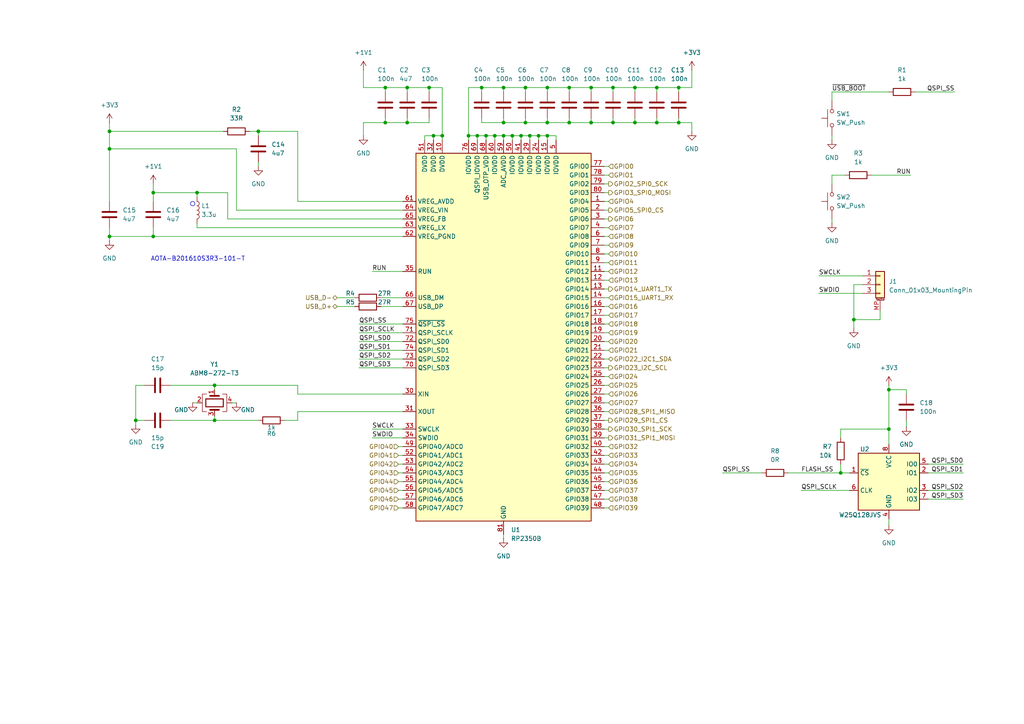
<source format=kicad_sch>
(kicad_sch (version 20250114) (generator "eeschema") (generator_version "9.0")
  (paper "A4")
  (lib_symbols
    (symbol "Connector_Generic_MountingPin:Conn_01x03_MountingPin" (pin_names (offset 1.016) (hide yes))
      (property "Reference" "J" (at 0 5.08 0))
      (property "Value" "Conn_01x03_MountingPin" (at 1.27 -5.08 0))
      (symbol "Conn_01x03_MountingPin_1_1"
        (rectangle (start -1.27 3.81) (end 1.27 -3.81) (stroke (width 0.254)) (fill (type background)))
        (rectangle (start -1.27 2.667) (end 0 2.413) (stroke (width 0.1524)))
        (rectangle (start -1.27 0.127) (end 0 -0.127) (stroke (width 0.1524)))
        (rectangle (start -1.27 -2.413) (end 0 -2.667) (stroke (width 0.1524)))
        (polyline (pts (xy -1.016 -4.572) (xy 1.016 -4.572)) (stroke (width 0.1524)))
        (text "Mounting" (at 0 -4.191 0) (effects (font (size 0.381 0.381))))
        (pin passive line (at -5.08 2.54 0) (length 3.81) (name "Pin_1") (number "1"))
        (pin passive line (at -5.08 0 0) (length 3.81) (name "Pin_2") (number "2"))
        (pin passive line (at -5.08 -2.54 0) (length 3.81) (name "Pin_3") (number "3"))
        (pin passive line (at 0 -7.62 90) (length 3.048) (name "MountPin") (number "MP"))
      )
    )
    (symbol "Device:C" (pin_numbers (hide yes)) (pin_names (offset 0.254))
      (property "Reference" "C" (at 0.635 2.54 0))
      (property "Value" "C" (at 0.635 -2.54 0))
      (symbol "C_0_1"
        (polyline (pts (xy -2.032 0.762) (xy 2.032 0.762)) (stroke (width 0.508)))
        (polyline (pts (xy -2.032 -0.762) (xy 2.032 -0.762)) (stroke (width 0.508)))
      )
      (symbol "C_1_1"
        (pin passive line (at 0 3.81 270) (length 2.794) (name "~") (number "1"))
        (pin passive line (at 0 -3.81 90) (length 2.794) (name "~") (number "2"))
      )
    )
    (symbol "Device:Crystal_GND24" (pin_names (offset 1.016) (hide yes))
      (property "Reference" "Y1" (at 0 8.89 0))
      (property "Value" "Crystal_GND24" (at 0 6.35 0))
      (symbol "Crystal_GND24_0_1"
        (polyline (pts (xy -2.54 2.286) (xy -2.54 3.556) (xy 2.54 3.556) (xy 2.54 2.286)))
        (polyline (pts (xy -2.54 0) (xy -2.032 0)))
        (polyline (pts (xy -2.54 -2.286) (xy -2.54 -3.556) (xy 2.54 -3.556) (xy 2.54 -2.286)))
        (polyline (pts (xy -2.032 -1.27) (xy -2.032 1.27)) (stroke (width 0.508)))
        (rectangle (start -1.143 2.54) (end 1.143 -2.54) (stroke (width 0.3048)))
        (polyline (pts (xy 0 3.81) (xy 0 3.556)))
        (polyline (pts (xy 0 -3.81) (xy 0 -3.556)))
        (polyline (pts (xy 2.032 0) (xy 2.54 0)))
        (polyline (pts (xy 2.032 -1.27) (xy 2.032 1.27)) (stroke (width 0.508)))
      )
      (symbol "Crystal_GND24_1_1"
        (pin passive line (at -3.81 0 0) (length 1.27) (name "1") (number "1"))
        (pin passive line (at 0 5.08 270) (length 1.27) (name "G") (number "4"))
        (pin passive line (at 0 -5.08 90) (length 1.27) (name "G") (number "2"))
        (pin passive line (at 0 -5.08 90) (length 1.27) (hide yes) (name "G") (number "4"))
        (pin passive line (at 3.81 0 180) (length 1.27) (name "3") (number "3"))
      )
    )
    (symbol "Device:L" (pin_numbers (hide yes)) (pin_names (offset 1.016) (hide yes))
      (property "Reference" "L" (at -1.27 0 90))
      (property "Value" "L" (at 1.905 0 90))
      (symbol "L_0_1"
        (arc (start 0 2.54) (mid 0.6323 1.905) (end 0 1.27))
        (arc (start 0 1.27) (mid 0.6323 0.635) (end 0 0))
        (arc (start 0 0) (mid 0.6323 -0.635) (end 0 -1.27))
        (arc (start 0 -1.27) (mid 0.6323 -1.905) (end 0 -2.54))
      )
      (symbol "L_1_1"
        (pin passive line (at 0 3.81 270) (length 1.27) (name "1") (number "1"))
        (pin passive line (at 0 -3.81 90) (length 1.27) (name "2") (number "2"))
      )
    )
    (symbol "Device:R" (pin_numbers (hide yes)) (pin_names (offset 0))
      (property "Reference" "R" (at 2.032 0 90))
      (property "Value" "R" (at 0 0 90))
      (symbol "R_0_1"
        (rectangle (start -1.016 -2.54) (end 1.016 2.54) (stroke (width 0.254)))
      )
      (symbol "R_1_1"
        (pin passive line (at 0 3.81 270) (length 1.27) (name "~") (number "1"))
        (pin passive line (at 0 -3.81 90) (length 1.27) (name "~") (number "2"))
      )
    )
    (symbol "MCU_RaspberryPi_Updated:RP2350B"
      (property "Reference" "U16" (at 2.1433 -55.88 0))
      (property "Value" "RP2350B" (at 2.1433 -58.42 0))
      (symbol "RP2350B_0_1"
        (rectangle (start -25.4 53.34) (end 25.4 -53.34) (stroke (width 0.254)) (fill (type background)))
      )
      (symbol "RP2350B_1_0"
        (pin power_in line (at -29.21 39.37 0) (length 3.81) (name "VREG_AVDD") (number "61"))
        (pin power_in line (at -29.21 29.21 0) (length 3.81) (name "VREG_PGND") (number "62"))
        (pin bidirectional line (at -29.21 -31.75 0) (length 3.81) (name "GPIO40/ADC0") (number "49"))
        (pin bidirectional line (at -29.21 -34.29 0) (length 3.81) (name "GPIO41/ADC1") (number "52"))
        (pin bidirectional line (at -29.21 -36.83 0) (length 3.81) (name "GPIO42/ADC2") (number "53"))
        (pin bidirectional line (at -29.21 -39.37 0) (length 3.81) (name "GPIO43/ADC3") (number "54"))
        (pin bidirectional line (at -29.21 -41.91 0) (length 3.81) (name "GPIO44/ADC4") (number "55"))
        (pin bidirectional line (at -29.21 -44.45 0) (length 3.81) (name "GPIO45/ADC5") (number "56"))
        (pin bidirectional line (at -29.21 -46.99 0) (length 3.81) (name "GPIO46/ADC6") (number "57"))
        (pin bidirectional line (at -29.21 -49.53 0) (length 3.81) (name "GPIO47/ADC7") (number "58"))
        (pin power_in line (at -22.86 57.15 270) (length 3.81) (name "DVDD") (number "51"))
        (pin power_in line (at -17.78 57.15 270) (length 3.81) (name "DVDD") (number "10"))
        (pin power_in line (at -10.16 57.15 270) (length 3.81) (name "IOVDD") (number "76"))
        (pin power_in line (at -7.62 57.15 270) (length 3.81) (name "QSPI_IOVDD") (number "69"))
        (pin power_in line (at -5.08 57.15 270) (length 3.81) (name "USB_OTP_VDD") (number "68"))
        (pin power_in line (at -2.54 57.15 270) (length 3.81) (name "IOVDD") (number "60"))
        (pin power_in line (at 2.54 57.15 270) (length 3.81) (name "IOVDD") (number "50"))
        (pin bidirectional line (at 29.21 -26.67 180) (length 3.81) (name "GPIO30") (number "38"))
        (pin bidirectional line (at 29.21 -29.21 180) (length 3.81) (name "GPIO31") (number "39"))
        (pin bidirectional line (at 29.21 -31.75 180) (length 3.81) (name "GPIO32") (number "40"))
        (pin bidirectional line (at 29.21 -34.29 180) (length 3.81) (name "GPIO33") (number "42"))
        (pin bidirectional line (at 29.21 -36.83 180) (length 3.81) (name "GPIO34") (number "43"))
        (pin bidirectional line (at 29.21 -39.37 180) (length 3.81) (name "GPIO35") (number "44"))
        (pin bidirectional line (at 29.21 -41.91 180) (length 3.81) (name "GPIO36") (number "45"))
        (pin bidirectional line (at 29.21 -44.45 180) (length 3.81) (name "GPIO37") (number "46"))
        (pin bidirectional line (at 29.21 -46.99 180) (length 3.81) (name "GPIO38") (number "47"))
        (pin bidirectional line (at 29.21 -49.53 180) (length 3.81) (name "GPIO39") (number "48"))
      )
      (symbol "RP2350B_1_1"
        (pin power_in line (at -29.21 36.83 0) (length 3.81) (name "VREG_VIN") (number "64"))
        (pin passive line (at -29.21 34.29 0) (length 3.81) (name "VREG_FB") (number "65"))
        (pin power_out line (at -29.21 31.75 0) (length 3.81) (name "VREG_LX") (number "63"))
        (pin input line (at -29.21 19.05 0) (length 3.81) (name "RUN") (number "35"))
        (pin bidirectional line (at -29.21 11.43 0) (length 3.81) (name "USB_DM") (number "66"))
        (pin bidirectional line (at -29.21 8.89 0) (length 3.81) (name "USB_DP") (number "67"))
        (pin output line (at -29.21 3.81 0) (length 3.81) (name "~{QSPI_SS}") (number "75"))
        (pin output line (at -29.21 1.27 0) (length 3.81) (name "QSPI_SCLK") (number "71"))
        (pin bidirectional line (at -29.21 -1.27 0) (length 3.81) (name "QSPI_SD0") (number "72"))
        (pin bidirectional line (at -29.21 -3.81 0) (length 3.81) (name "QSPI_SD1") (number "74"))
        (pin bidirectional line (at -29.21 -6.35 0) (length 3.81) (name "QSPI_SD2") (number "73"))
        (pin bidirectional line (at -29.21 -8.89 0) (length 3.81) (name "QSPI_SD3") (number "70"))
        (pin input line (at -29.21 -16.51 0) (length 3.81) (name "XIN") (number "30"))
        (pin output line (at -29.21 -21.59 0) (length 3.81) (name "XOUT") (number "31"))
        (pin input line (at -29.21 -26.67 0) (length 3.81) (name "SWCLK") (number "33"))
        (pin bidirectional line (at -29.21 -29.21 0) (length 3.81) (name "SWDIO") (number "34"))
        (pin power_in line (at -20.32 57.15 270) (length 3.81) (name "DVDD") (number "32"))
        (pin power_in line (at 0 57.15 270) (length 3.81) (name "ADC_AVDD") (number "59"))
        (pin power_in line (at 0 -57.15 90) (length 3.81) (name "GND") (number "81"))
        (pin power_in line (at 5.08 57.15 270) (length 3.81) (name "IOVDD") (number "41"))
        (pin power_in line (at 7.62 57.15 270) (length 3.81) (name "IOVDD") (number "29"))
        (pin power_in line (at 10.16 57.15 270) (length 3.81) (name "IOVDD") (number "24"))
        (pin power_in line (at 12.7 57.15 270) (length 3.81) (name "IOVDD") (number "15"))
        (pin power_in line (at 15.24 57.15 270) (length 3.81) (name "IOVDD") (number "5"))
        (pin bidirectional line (at 29.21 49.53 180) (length 3.81) (name "GPIO0") (number "77"))
        (pin bidirectional line (at 29.21 46.99 180) (length 3.81) (name "GPIO1") (number "78"))
        (pin bidirectional line (at 29.21 44.45 180) (length 3.81) (name "GPIO2") (number "79"))
        (pin bidirectional line (at 29.21 41.91 180) (length 3.81) (name "GPIO3") (number "80"))
        (pin bidirectional line (at 29.21 39.37 180) (length 3.81) (name "GPIO4") (number "1"))
        (pin bidirectional line (at 29.21 36.83 180) (length 3.81) (name "GPIO5") (number "2"))
        (pin bidirectional line (at 29.21 34.29 180) (length 3.81) (name "GPIO6") (number "3"))
        (pin bidirectional line (at 29.21 31.75 180) (length 3.81) (name "GPIO7") (number "4"))
        (pin bidirectional line (at 29.21 29.21 180) (length 3.81) (name "GPIO8") (number "6"))
        (pin bidirectional line (at 29.21 26.67 180) (length 3.81) (name "GPIO9") (number "7"))
        (pin bidirectional line (at 29.21 24.13 180) (length 3.81) (name "GPIO10") (number "8"))
        (pin bidirectional line (at 29.21 21.59 180) (length 3.81) (name "GPIO11") (number "9"))
        (pin bidirectional line (at 29.21 19.05 180) (length 3.81) (name "GPIO12") (number "11"))
        (pin bidirectional line (at 29.21 16.51 180) (length 3.81) (name "GPIO13") (number "12"))
        (pin bidirectional line (at 29.21 13.97 180) (length 3.81) (name "GPIO14") (number "13"))
        (pin bidirectional line (at 29.21 11.43 180) (length 3.81) (name "GPIO15") (number "14"))
        (pin bidirectional line (at 29.21 8.89 180) (length 3.81) (name "GPIO16") (number "16"))
        (pin bidirectional line (at 29.21 6.35 180) (length 3.81) (name "GPIO17") (number "17"))
        (pin bidirectional line (at 29.21 3.81 180) (length 3.81) (name "GPIO18") (number "18"))
        (pin bidirectional line (at 29.21 1.27 180) (length 3.81) (name "GPIO19") (number "19"))
        (pin bidirectional line (at 29.21 -1.27 180) (length 3.81) (name "GPIO20") (number "20"))
        (pin bidirectional line (at 29.21 -3.81 180) (length 3.81) (name "GPIO21") (number "21"))
        (pin bidirectional line (at 29.21 -6.35 180) (length 3.81) (name "GPIO22") (number "22"))
        (pin bidirectional line (at 29.21 -8.89 180) (length 3.81) (name "GPIO23") (number "23"))
        (pin bidirectional line (at 29.21 -11.43 180) (length 3.81) (name "GPIO24") (number "25"))
        (pin bidirectional line (at 29.21 -13.97 180) (length 3.81) (name "GPIO25") (number "26"))
        (pin bidirectional line (at 29.21 -16.51 180) (length 3.81) (name "GPIO26") (number "27"))
        (pin bidirectional line (at 29.21 -19.05 180) (length 3.81) (name "GPIO27") (number "28"))
        (pin bidirectional line (at 29.21 -21.59 180) (length 3.81) (name "GPIO28") (number "36"))
        (pin bidirectional line (at 29.21 -24.13 180) (length 3.81) (name "GPIO29") (number "37"))
      )
    )
    (symbol "Memory_Flash:W25Q128JVS"
      (property "Reference" "U4" (at 2.286 14.732 0))
      (property "Value" "W25Q128JVS" (at 2.286 12.192 0))
      (symbol "W25Q128JVS_0_1"
        (rectangle (start -8.8899 8.2549) (end 8.8899 -8.2549) (stroke (width 0.254)) (fill (type background)))
      )
      (symbol "W25Q128JVS_1_1"
        (pin input line (at -11.43 2.54 0) (length 2.54) (name "~{CS}") (number "1"))
        (pin input line (at -11.43 -2.54 0) (length 2.54) (name "CLK") (number "6"))
        (pin power_in line (at 0 10.795 270) (length 2.54) (name "VCC") (number "8"))
        (pin power_in line (at 0 -10.795 90) (length 2.54) (name "GND") (number "4"))
        (pin bidirectional line (at 11.43 5.08 180) (length 2.54) (name "IO0") (number "5"))
        (pin bidirectional line (at 11.43 2.54 180) (length 2.54) (name "IO1") (number "2"))
        (pin bidirectional line (at 11.43 -2.54 180) (length 2.54) (name "IO2") (number "3"))
        (pin bidirectional line (at 11.43 -5.08 180) (length 2.54) (name "IO3") (number "7"))
      )
    )
    (symbol "Switch:SW_Push" (pin_numbers (hide yes)) (pin_names (offset 1.016) (hide yes))
      (property "Reference" "SW" (at 1.27 2.54 0))
      (property "Value" "SW_Push" (at 0 -1.524 0))
      (symbol "SW_Push_0_1"
        (circle (center -2.032 0) (radius 0.508))
        (polyline (pts (xy 0 1.27) (xy 0 3.048)))
        (circle (center 2.032 0) (radius 0.508))
        (polyline (pts (xy 2.54 1.27) (xy -2.54 1.27)))
        (pin passive line (at -5.08 0 0) (length 2.54) (name "1") (number "1"))
        (pin passive line (at 5.08 0 180) (length 2.54) (name "2") (number "2"))
      )
    )
    (symbol "power:+1V1" (power) (pin_numbers (hide yes)) (pin_names (offset 0) (hide yes))
      (property "Value" "+1V1" (at 0 3.556 0))
      (symbol "+1V1_0_1"
        (polyline (pts (xy -0.762 1.27) (xy 0 2.54)))
        (polyline (pts (xy 0 2.54) (xy 0.762 1.27)))
        (polyline (pts (xy 0 0) (xy 0 2.54)))
      )
      (symbol "+1V1_1_1"
        (pin power_in line (at 0 0 90) (length 0) (name "~") (number "1"))
      )
    )
    (symbol "power:+3V3" (power) (pin_numbers (hide yes)) (pin_names (offset 0) (hide yes))
      (property "Value" "+3V3" (at 0 3.556 0))
      (symbol "+3V3_0_1"
        (polyline (pts (xy -0.762 1.27) (xy 0 2.54)))
        (polyline (pts (xy 0 2.54) (xy 0.762 1.27)))
        (polyline (pts (xy 0 0) (xy 0 2.54)))
      )
      (symbol "+3V3_1_1"
        (pin power_in line (at 0 0 90) (length 0) (name "~") (number "1"))
      )
    )
    (symbol "power:GND" (power) (pin_numbers (hide yes)) (pin_names (offset 0) (hide yes))
      (property "Value" "GND" (at 0 -3.81 0))
      (symbol "GND_0_1"
        (polyline (pts (xy 0 0) (xy 0 -1.27) (xy 1.27 -1.27) (xy 0 -2.54) (xy -1.27 -1.27) (xy 0 -1.27)))
      )
      (symbol "GND_1_1"
        (pin power_in line (at 0 0 270) (length 0) (name "~") (number "1"))
      )
    )
  )
  (circle (center 55.88 59.055) (radius 0.635))
  (text "AOTA-B201610S3R3-101-T\n" (at 57.404 75.184 0) (effects (font (size 1.27 1.27))))
  (junction (at 140.97 39.37))
  (junction (at 184.15 25.4))
  (junction (at 111.76 25.4))
  (junction (at 190.5 25.4))
  (junction (at 196.85 25.4))
  (junction (at 31.75 68.58))
  (junction (at 146.05 39.37))
  (junction (at 171.45 25.4))
  (junction (at 57.15 55.88))
  (junction (at 152.4 25.4))
  (junction (at 146.05 35.56))
  (junction (at 124.46 25.4))
  (junction (at 243.84 137.16))
  (junction (at 74.93 38.1))
  (junction (at 152.4 35.56))
  (junction (at 257.81 124.46))
  (junction (at 158.75 39.37))
  (junction (at 156.21 39.37))
  (junction (at 257.81 113.03))
  (junction (at 118.11 25.4))
  (junction (at 39.37 121.92))
  (junction (at 148.59 39.37))
  (junction (at 153.67 39.37))
  (junction (at 184.15 35.56))
  (junction (at 118.11 35.56))
  (junction (at 190.5 35.56))
  (junction (at 165.1 25.4))
  (junction (at 44.45 55.88))
  (junction (at 158.75 35.56))
  (junction (at 247.65 92.71))
  (junction (at 125.73 39.37))
  (junction (at 139.7 25.4))
  (junction (at 62.23 121.92))
  (junction (at 143.51 39.37))
  (junction (at 177.8 35.56))
  (junction (at 138.43 39.37))
  (junction (at 44.45 68.58))
  (junction (at 31.75 38.1))
  (junction (at 128.27 39.37))
  (junction (at 62.23 111.76))
  (junction (at 151.13 39.37))
  (junction (at 135.89 39.37))
  (junction (at 111.76 35.56))
  (junction (at 171.45 35.56))
  (junction (at 165.1 35.56))
  (junction (at 196.85 35.56))
  (junction (at 146.05 25.4))
  (junction (at 177.8 25.4))
  (junction (at 158.75 25.4))
  (junction (at 31.75 43.18))
  (wire (pts (xy 152.4 25.4) (xy 158.75 25.4)))
  (wire (pts (xy 209.55 137.16) (xy 220.98 137.16)))
  (wire (pts (xy 175.26 76.2) (xy 176.53 76.2)))
  (wire (pts (xy 74.93 39.37) (xy 74.93 38.1)))
  (wire (pts (xy 175.26 55.88) (xy 176.53 55.88)))
  (wire (pts (xy 140.97 40.64) (xy 140.97 39.37)))
  (wire (pts (xy 175.26 96.52) (xy 176.53 96.52)))
  (wire (pts (xy 86.36 119.38) (xy 116.84 119.38)))
  (wire (pts (xy 105.41 39.37) (xy 105.41 35.56)))
  (wire (pts (xy 111.76 25.4) (xy 118.11 25.4)))
  (wire (pts (xy 31.75 66.04) (xy 31.75 68.58)))
  (wire (pts (xy 146.05 39.37) (xy 148.59 39.37)))
  (wire (pts (xy 104.14 106.68) (xy 116.84 106.68)))
  (wire (pts (xy 200.66 25.4) (xy 196.85 25.4)))
  (wire (pts (xy 158.75 25.4) (xy 158.75 26.67)))
  (wire (pts (xy 74.93 38.1) (xy 72.39 38.1)))
  (wire (pts (xy 118.11 26.67) (xy 118.11 25.4)))
  (wire (pts (xy 175.26 63.5) (xy 176.53 63.5)))
  (wire (pts (xy 232.41 142.24) (xy 246.38 142.24)))
  (wire (pts (xy 62.23 111.76) (xy 86.36 111.76)))
  (wire (pts (xy 175.26 121.92) (xy 176.53 121.92)))
  (wire (pts (xy 57.15 55.88) (xy 66.04 55.88)))
  (wire (pts (xy 31.75 43.18) (xy 68.58 43.18)))
  (wire (pts (xy 31.75 68.58) (xy 44.45 68.58)))
  (wire (pts (xy 175.26 106.68) (xy 176.53 106.68)))
  (wire (pts (xy 176.53 129.54) (xy 175.26 129.54)))
  (wire (pts (xy 175.26 114.3) (xy 176.53 114.3)))
  (wire (pts (xy 175.26 124.46) (xy 176.53 124.46)))
  (wire (pts (xy 148.59 39.37) (xy 148.59 40.64)))
  (wire (pts (xy 104.14 101.6) (xy 116.84 101.6)))
  (wire (pts (xy 175.26 81.28) (xy 176.53 81.28)))
  (wire (pts (xy 243.84 127) (xy 243.84 124.46)))
  (wire (pts (xy 135.89 39.37) (xy 135.89 25.4)))
  (wire (pts (xy 200.66 38.1) (xy 200.66 35.56)))
  (wire (pts (xy 86.36 114.3) (xy 116.84 114.3)))
  (wire (pts (xy 125.73 39.37) (xy 125.73 40.64)))
  (wire (pts (xy 184.15 35.56) (xy 190.5 35.56)))
  (wire (pts (xy 118.11 35.56) (xy 111.76 35.56)))
  (wire (pts (xy 44.45 68.58) (xy 44.45 66.04)))
  (wire (pts (xy 68.58 60.96) (xy 116.84 60.96)))
  (wire (pts (xy 152.4 34.29) (xy 152.4 35.56)))
  (wire (pts (xy 243.84 124.46) (xy 257.81 124.46)))
  (wire (pts (xy 177.8 25.4) (xy 177.8 26.67)))
  (wire (pts (xy 269.24 144.78) (xy 279.4 144.78)))
  (wire (pts (xy 86.36 111.76) (xy 86.36 114.3)))
  (wire (pts (xy 175.26 91.44) (xy 176.53 91.44)))
  (wire (pts (xy 175.26 73.66) (xy 176.53 73.66)))
  (wire (pts (xy 190.5 25.4) (xy 196.85 25.4)))
  (wire (pts (xy 243.84 134.62) (xy 243.84 137.16)))
  (wire (pts (xy 66.04 55.88) (xy 66.04 63.5)))
  (wire (pts (xy 175.26 83.82) (xy 176.53 83.82)))
  (wire (pts (xy 176.53 139.7) (xy 175.26 139.7)))
  (wire (pts (xy 151.13 39.37) (xy 151.13 40.64)))
  (wire (pts (xy 82.55 121.92) (xy 86.36 121.92)))
  (wire (pts (xy 115.57 144.78) (xy 116.84 144.78)))
  (wire (pts (xy 62.23 111.76) (xy 49.53 111.76)))
  (wire (pts (xy 196.85 34.29) (xy 196.85 35.56)))
  (wire (pts (xy 31.75 43.18) (xy 31.75 58.42)))
  (wire (pts (xy 68.58 43.18) (xy 68.58 60.96)))
  (wire (pts (xy 175.26 78.74) (xy 176.53 78.74)))
  (wire (pts (xy 176.53 144.78) (xy 175.26 144.78)))
  (wire (pts (xy 138.43 40.64) (xy 138.43 39.37)))
  (wire (pts (xy 158.75 35.56) (xy 165.1 35.56)))
  (wire (pts (xy 125.73 39.37) (xy 123.19 39.37)))
  (wire (pts (xy 175.26 99.06) (xy 176.53 99.06)))
  (wire (pts (xy 175.26 53.34) (xy 176.53 53.34)))
  (wire (pts (xy 165.1 34.29) (xy 165.1 35.56)))
  (wire (pts (xy 64.77 38.1) (xy 31.75 38.1)))
  (wire (pts (xy 146.05 25.4) (xy 146.05 26.67)))
  (wire (pts (xy 177.8 34.29) (xy 177.8 35.56)))
  (wire (pts (xy 62.23 121.92) (xy 49.53 121.92)))
  (wire (pts (xy 57.15 66.04) (xy 116.84 66.04)))
  (wire (pts (xy 190.5 25.4) (xy 190.5 26.67)))
  (wire (pts (xy 115.57 147.32) (xy 116.84 147.32)))
  (wire (pts (xy 257.81 124.46) (xy 257.81 128.905)))
  (wire (pts (xy 158.75 39.37) (xy 161.29 39.37)))
  (wire (pts (xy 190.5 35.56) (xy 196.85 35.56)))
  (wire (pts (xy 115.57 132.08) (xy 116.84 132.08)))
  (wire (pts (xy 146.05 154.94) (xy 146.05 156.21)))
  (wire (pts (xy 237.49 80.01) (xy 250.19 80.01)))
  (wire (pts (xy 110.49 86.36) (xy 116.84 86.36)))
  (wire (pts (xy 124.46 25.4) (xy 128.27 25.4)))
  (wire (pts (xy 247.65 92.71) (xy 255.27 92.71)))
  (wire (pts (xy 171.45 25.4) (xy 177.8 25.4)))
  (wire (pts (xy 139.7 25.4) (xy 146.05 25.4)))
  (wire (pts (xy 269.24 134.62) (xy 279.4 134.62)))
  (wire (pts (xy 152.4 25.4) (xy 152.4 26.67)))
  (wire (pts (xy 146.05 34.29) (xy 146.05 35.56)))
  (wire (pts (xy 135.89 39.37) (xy 138.43 39.37)))
  (wire (pts (xy 175.26 58.42) (xy 176.53 58.42)))
  (wire (pts (xy 262.89 121.92) (xy 262.89 123.825)))
  (wire (pts (xy 124.46 25.4) (xy 124.46 26.67)))
  (wire (pts (xy 31.75 35.56) (xy 31.75 38.1)))
  (wire (pts (xy 44.45 55.88) (xy 57.15 55.88)))
  (wire (pts (xy 143.51 39.37) (xy 143.51 40.64)))
  (wire (pts (xy 115.57 129.54) (xy 116.84 129.54)))
  (wire (pts (xy 128.27 39.37) (xy 125.73 39.37)))
  (wire (pts (xy 175.26 88.9) (xy 176.53 88.9)))
  (wire (pts (xy 104.14 93.98) (xy 116.84 93.98)))
  (wire (pts (xy 176.53 142.24) (xy 175.26 142.24)))
  (wire (pts (xy 176.53 134.62) (xy 175.26 134.62)))
  (wire (pts (xy 176.53 127) (xy 175.26 127)))
  (wire (pts (xy 57.15 64.77) (xy 57.15 66.04)))
  (wire (pts (xy 200.66 35.56) (xy 196.85 35.56)))
  (wire (pts (xy 115.57 137.16) (xy 116.84 137.16)))
  (wire (pts (xy 176.53 132.08) (xy 175.26 132.08)))
  (wire (pts (xy 62.23 121.92) (xy 74.93 121.92)))
  (wire (pts (xy 146.05 35.56) (xy 152.4 35.56)))
  (wire (pts (xy 158.75 34.29) (xy 158.75 35.56)))
  (wire (pts (xy 241.3 53.34) (xy 241.3 50.8)))
  (wire (pts (xy 115.57 139.7) (xy 116.84 139.7)))
  (wire (pts (xy 243.84 137.16) (xy 246.38 137.16)))
  (wire (pts (xy 39.37 121.92) (xy 41.91 121.92)))
  (wire (pts (xy 158.75 25.4) (xy 165.1 25.4)))
  (wire (pts (xy 139.7 25.4) (xy 139.7 26.67)))
  (wire (pts (xy 44.45 55.88) (xy 44.45 58.42)))
  (wire (pts (xy 171.45 35.56) (xy 177.8 35.56)))
  (wire (pts (xy 143.51 39.37) (xy 146.05 39.37)))
  (wire (pts (xy 175.26 48.26) (xy 176.53 48.26)))
  (wire (pts (xy 111.76 26.67) (xy 111.76 25.4)))
  (wire (pts (xy 252.73 50.8) (xy 264.16 50.8)))
  (wire (pts (xy 241.3 63.5) (xy 241.3 64.77)))
  (wire (pts (xy 111.76 35.56) (xy 111.76 34.29)))
  (wire (pts (xy 171.45 25.4) (xy 171.45 26.67)))
  (wire (pts (xy 86.36 58.42) (xy 116.84 58.42)))
  (wire (pts (xy 97.79 88.9) (xy 102.87 88.9)))
  (wire (pts (xy 151.13 39.37) (xy 153.67 39.37)))
  (wire (pts (xy 175.26 109.22) (xy 176.53 109.22)))
  (wire (pts (xy 139.7 25.4) (xy 135.89 25.4)))
  (wire (pts (xy 262.89 113.03) (xy 262.89 114.3)))
  (wire (pts (xy 148.59 39.37) (xy 151.13 39.37)))
  (wire (pts (xy 257.81 111.76) (xy 257.81 113.03)))
  (wire (pts (xy 175.26 86.36) (xy 176.53 86.36)))
  (wire (pts (xy 128.27 39.37) (xy 128.27 25.4)))
  (wire (pts (xy 128.27 39.37) (xy 128.27 40.64)))
  (wire (pts (xy 105.41 20.32) (xy 105.41 25.4)))
  (wire (pts (xy 165.1 25.4) (xy 165.1 26.67)))
  (wire (pts (xy 269.24 137.16) (xy 279.4 137.16)))
  (wire (pts (xy 139.7 34.29) (xy 139.7 35.56)))
  (wire (pts (xy 62.23 120.65) (xy 62.23 121.92)))
  (wire (pts (xy 165.1 25.4) (xy 171.45 25.4)))
  (wire (pts (xy 31.75 38.1) (xy 31.75 43.18)))
  (wire (pts (xy 175.26 111.76) (xy 176.53 111.76)))
  (wire (pts (xy 171.45 34.29) (xy 171.45 35.56)))
  (wire (pts (xy 44.45 53.34) (xy 44.45 55.88)))
  (wire (pts (xy 176.53 147.32) (xy 175.26 147.32)))
  (wire (pts (xy 176.53 137.16) (xy 175.26 137.16)))
  (wire (pts (xy 67.31 116.84) (xy 68.58 116.84)))
  (wire (pts (xy 241.3 26.67) (xy 257.81 26.67)))
  (wire (pts (xy 247.65 92.71) (xy 247.65 95.25)))
  (wire (pts (xy 135.89 39.37) (xy 135.89 40.64)))
  (wire (pts (xy 123.19 40.64) (xy 123.19 39.37)))
  (wire (pts (xy 175.26 66.04) (xy 176.53 66.04)))
  (wire (pts (xy 241.3 39.37) (xy 241.3 40.64)))
  (wire (pts (xy 62.23 111.76) (xy 62.23 113.03)))
  (wire (pts (xy 105.41 35.56) (xy 111.76 35.56)))
  (wire (pts (xy 175.26 93.98) (xy 176.53 93.98)))
  (wire (pts (xy 152.4 35.56) (xy 158.75 35.56)))
  (wire (pts (xy 105.41 25.4) (xy 111.76 25.4)))
  (wire (pts (xy 138.43 39.37) (xy 140.97 39.37)))
  (wire (pts (xy 265.43 26.67) (xy 276.86 26.67)))
  (wire (pts (xy 104.14 96.52) (xy 116.84 96.52)))
  (wire (pts (xy 237.49 85.09) (xy 250.19 85.09)))
  (wire (pts (xy 104.14 104.14) (xy 116.84 104.14)))
  (wire (pts (xy 118.11 25.4) (xy 124.46 25.4)))
  (wire (pts (xy 74.93 38.1) (xy 86.36 38.1)))
  (wire (pts (xy 39.37 121.92) (xy 39.37 123.19)))
  (wire (pts (xy 184.15 25.4) (xy 190.5 25.4)))
  (wire (pts (xy 139.7 35.56) (xy 146.05 35.56)))
  (wire (pts (xy 115.57 134.62) (xy 116.84 134.62)))
  (wire (pts (xy 156.21 40.64) (xy 156.21 39.37)))
  (wire (pts (xy 269.24 142.24) (xy 279.4 142.24)))
  (wire (pts (xy 175.26 50.8) (xy 176.53 50.8)))
  (wire (pts (xy 86.36 38.1) (xy 86.36 58.42)))
  (wire (pts (xy 255.27 92.71) (xy 255.27 90.17)))
  (wire (pts (xy 175.26 104.14) (xy 176.53 104.14)))
  (wire (pts (xy 57.15 55.88) (xy 57.15 57.15)))
  (wire (pts (xy 184.15 25.4) (xy 184.15 26.67)))
  (wire (pts (xy 177.8 35.56) (xy 184.15 35.56)))
  (wire (pts (xy 190.5 34.29) (xy 190.5 35.56)))
  (wire (pts (xy 107.95 127) (xy 116.84 127)))
  (wire (pts (xy 177.8 25.4) (xy 184.15 25.4)))
  (wire (pts (xy 175.26 116.84) (xy 176.53 116.84)))
  (wire (pts (xy 86.36 121.92) (xy 86.36 119.38)))
  (wire (pts (xy 153.67 39.37) (xy 153.67 40.64)))
  (wire (pts (xy 107.95 124.46) (xy 116.84 124.46)))
  (wire (pts (xy 39.37 111.76) (xy 39.37 121.92)))
  (wire (pts (xy 158.75 39.37) (xy 158.75 40.64)))
  (wire (pts (xy 175.26 71.12) (xy 176.53 71.12)))
  (wire (pts (xy 97.79 86.36) (xy 102.87 86.36)))
  (wire (pts (xy 175.26 119.38) (xy 176.53 119.38)))
  (wire (pts (xy 175.26 101.6) (xy 176.53 101.6)))
  (wire (pts (xy 161.29 39.37) (xy 161.29 40.64)))
  (wire (pts (xy 57.15 116.84) (xy 55.88 116.84)))
  (wire (pts (xy 107.95 78.74) (xy 116.84 78.74)))
  (wire (pts (xy 41.91 111.76) (xy 39.37 111.76)))
  (wire (pts (xy 44.45 68.58) (xy 116.84 68.58)))
  (wire (pts (xy 196.85 25.4) (xy 196.85 26.67)))
  (wire (pts (xy 124.46 35.56) (xy 124.46 34.29)))
  (wire (pts (xy 66.04 63.5) (xy 116.84 63.5)))
  (wire (pts (xy 146.05 25.4) (xy 152.4 25.4)))
  (wire (pts (xy 228.6 137.16) (xy 243.84 137.16)))
  (wire (pts (xy 184.15 34.29) (xy 184.15 35.56)))
  (wire (pts (xy 74.93 48.26) (xy 74.93 46.99)))
  (wire (pts (xy 257.81 113.03) (xy 262.89 113.03)))
  (wire (pts (xy 241.3 29.21) (xy 241.3 26.67)))
  (wire (pts (xy 115.57 142.24) (xy 116.84 142.24)))
  (wire (pts (xy 156.21 39.37) (xy 153.67 39.37)))
  (wire (pts (xy 110.49 88.9) (xy 116.84 88.9)))
  (wire (pts (xy 118.11 35.56) (xy 124.46 35.56)))
  (wire (pts (xy 247.65 82.55) (xy 247.65 92.71)))
  (wire (pts (xy 156.21 39.37) (xy 158.75 39.37)))
  (wire (pts (xy 257.81 113.03) (xy 257.81 124.46)))
  (wire (pts (xy 118.11 35.56) (xy 118.11 34.29)))
  (wire (pts (xy 104.14 99.06) (xy 116.84 99.06)))
  (wire (pts (xy 200.66 25.4) (xy 200.66 20.32)))
  (wire (pts (xy 257.81 150.495) (xy 257.81 152.4)))
  (wire (pts (xy 175.26 68.58) (xy 176.53 68.58)))
  (wire (pts (xy 241.3 50.8) (xy 245.11 50.8)))
  (wire (pts (xy 140.97 39.37) (xy 143.51 39.37)))
  (wire (pts (xy 165.1 35.56) (xy 171.45 35.56)))
  (wire (pts (xy 31.75 69.85) (xy 31.75 68.58)))
  (wire (pts (xy 146.05 39.37) (xy 146.05 40.64)))
  (wire (pts (xy 175.26 60.96) (xy 176.53 60.96)))
  (wire (pts (xy 247.65 82.55) (xy 250.19 82.55)))
  (label "SWCLK" (at 237.49 80.01 0))
  (label "QSPI_SS" (at 209.55 137.16 0))
  (label "QSPI_SD3" (at 279.4 144.78 180))
  (label "SWDIO" (at 107.95 127 0))
  (label "RUN" (at 107.95 78.74 0))
  (label "QSPI_SD3" (at 104.14 106.68 0))
  (label "QSPI_SD1" (at 279.4 137.16 180))
  (label "SWDIO" (at 237.49 85.09 0))
  (label "QSPI_SS" (at 276.86 26.67 180))
  (label "~{USB_BOOT}" (at 241.3 26.67 0))
  (label "SWCLK" (at 107.95 124.46 0))
  (label "QSPI_SD2" (at 104.14 104.14 0))
  (label "QSPI_SCLK" (at 232.41 142.24 0))
  (label "QSPI_SD0" (at 104.14 99.06 0))
  (label "FLASH_SS" (at 232.41 137.16 0))
  (label "RUN" (at 264.16 50.8 180))
  (label "QSPI_SD0" (at 279.4 134.62 180))
  (label "QSPI_SD2" (at 279.4 142.24 180))
  (label "QSPI_SCLK" (at 104.14 96.52 0))
  (label "QSPI_SD1" (at 104.14 101.6 0))
  (label "QSPI_SS" (at 104.14 93.98 0))
  (hierarchical_label "GPIO6" (shape output) (at 176.53 63.5 0))
  (hierarchical_label "GPIO11" (shape input) (at 176.53 76.2 0))
  (hierarchical_label "GPIO8" (shape input) (at 176.53 68.58 0))
  (hierarchical_label "GPIO17" (shape input) (at 176.53 91.44 0))
  (hierarchical_label "GPIO2_SPI0_SCK" (shape output) (at 176.53 53.34 0))
  (hierarchical_label "GPIO1" (shape input) (at 176.53 50.8 0))
  (hierarchical_label "USB_D+" (shape bidirectional) (at 97.79 88.9 180))
  (hierarchical_label "GPIO28_SPI1_MISO" (shape input) (at 176.53 119.38 0))
  (hierarchical_label "GPIO4" (shape input) (at 176.53 58.42 0))
  (hierarchical_label "GPIO23_I2C_SCL" (shape output) (at 176.53 106.68 0))
  (hierarchical_label "GPIO31_SPI1_MOSI" (shape output) (at 176.53 127 0))
  (hierarchical_label "GPIO13" (shape input) (at 176.53 81.28 0))
  (hierarchical_label "GPIO34" (shape input) (at 176.53 134.62 0))
  (hierarchical_label "GPIO24" (shape input) (at 176.53 109.22 0))
  (hierarchical_label "GPIO26" (shape input) (at 176.53 114.3 0))
  (hierarchical_label "GPIO18" (shape input) (at 176.53 93.98 0))
  (hierarchical_label "GPIO5_SPI0_CS" (shape output) (at 176.53 60.96 0))
  (hierarchical_label "GPIO7" (shape input) (at 176.53 66.04 0))
  (hierarchical_label "GPIO36" (shape input) (at 176.53 139.7 0))
  (hierarchical_label "GPIO0" (shape input) (at 176.53 48.26 0))
  (hierarchical_label "GPIO43" (shape input) (at 115.57 137.16 180))
  (hierarchical_label "GPIO19" (shape input) (at 176.53 96.52 0))
  (hierarchical_label "GPIO32" (shape input) (at 176.53 129.54 0))
  (hierarchical_label "GPIO42" (shape input) (at 115.57 134.62 180))
  (hierarchical_label "GPIO27" (shape input) (at 176.53 116.84 0))
  (hierarchical_label "GPIO9" (shape input) (at 176.53 71.12 0))
  (hierarchical_label "GPIO47" (shape input) (at 115.57 147.32 180))
  (hierarchical_label "GPIO45" (shape input) (at 115.57 142.24 180))
  (hierarchical_label "GPIO3_SPI0_MOSI" (shape output) (at 176.53 55.88 0))
  (hierarchical_label "GPIO16" (shape input) (at 176.53 88.9 0))
  (hierarchical_label "GPIO41" (shape input) (at 115.57 132.08 180))
  (hierarchical_label "GPIO25" (shape input) (at 176.53 111.76 0))
  (hierarchical_label "GPIO29_SPI1_CS" (shape output) (at 176.53 121.92 0))
  (hierarchical_label "USB_D-" (shape bidirectional) (at 97.79 86.36 180))
  (hierarchical_label "GPIO38" (shape input) (at 176.53 144.78 0))
  (hierarchical_label "GPIO35" (shape input) (at 176.53 137.16 0))
  (hierarchical_label "GPIO20" (shape input) (at 176.53 99.06 0))
  (hierarchical_label "GPIO15_UART1_RX" (shape input) (at 176.53 86.36 0))
  (hierarchical_label "GPIO22_I2C1_SDA" (shape bidirectional) (at 176.53 104.14 0))
  (hierarchical_label "GPIO40" (shape input) (at 115.57 129.54 180))
  (hierarchical_label "GPIO21" (shape input) (at 176.53 101.6 0))
  (hierarchical_label "GPIO14_UART1_TX" (shape output) (at 176.53 83.82 0))
  (hierarchical_label "GPIO33" (shape input) (at 176.53 132.08 0))
  (hierarchical_label "GPIO30_SPI1_SCK" (shape output) (at 176.53 124.46 0))
  (hierarchical_label "GPIO46" (shape input) (at 115.57 144.78 180))
  (hierarchical_label "GPIO12" (shape input) (at 176.53 78.74 0))
  (hierarchical_label "GPIO37" (shape input) (at 176.53 142.24 0))
  (hierarchical_label "GPIO39" (shape input) (at 176.53 147.32 0))
  (hierarchical_label "GPIO44" (shape input) (at 115.57 139.7 180))
  (hierarchical_label "GPIO10" (shape input) (at 176.53 73.66 0))
  (symbol (lib_id "Device:R") (at 224.79 137.16 90) (unit 1)
    (property "Reference" "R8" (at 224.79 130.81 90))
    (property "Value" "0R" (at 224.79 133.35 90))
    (property "Footprint" "Resistor_SMD:R_0603_1608Metric" (effects (hide yes)))
    (property "Description" "Resistor" (effects (hide yes)))
  )
  (symbol (lib_id "power:+3V3") (at 31.75 35.56 0) (unit 1)
    (property "Reference" "#PWR07" (effects (hide yes)))
    (property "Value" "+3V3" (at 31.75 30.48 0))
    (property "Description" "Power symbol creates a global label with name \"+3V3\"" (effects (hide yes)))
  )
  (symbol (lib_id "power:GND") (at 39.37 123.19 0) (unit 1)
    (property "Reference" "#PWR019" (effects (hide yes)))
    (property "Value" "GND" (at 39.37 128.27 0))
    (property "Description" "Power symbol creates a global label with name \"GND\" , ground" (effects (hide yes)))
  )
  (symbol (lib_id "Device:C") (at 165.1 30.48 0) (unit 1)
    (property "Reference" "C8" (at 162.814 20.32 0) (effects (justify left)))
    (property "Value" "100n" (at 162.814 22.86 0) (effects (justify left)))
    (property "Footprint" "Capacitor_SMD:C_0402_1005Metric" (effects (hide yes)))
    (property "Description" "Unpolarized capacitor" (effects (hide yes)))
  )
  (symbol (lib_id "Device:C") (at 152.4 30.48 0) (unit 1)
    (property "Reference" "C6" (at 150.114 20.32 0) (effects (justify left)))
    (property "Value" "100n" (at 150.114 22.86 0) (effects (justify left)))
    (property "Footprint" "Capacitor_SMD:C_0402_1005Metric" (effects (hide yes)))
    (property "Description" "Unpolarized capacitor" (effects (hide yes)))
  )
  (symbol (lib_id "Device:C") (at 74.93 43.18 0) (unit 1)
    (property "Reference" "C14" (at 78.74 41.9099 0) (effects (justify left)))
    (property "Value" "4u7" (at 78.74 44.4499 0) (effects (justify left)))
    (property "Footprint" "Capacitor_SMD:C_0402_1005Metric" (effects (hide yes)))
    (property "Description" "Unpolarized capacitor" (effects (hide yes)))
  )
  (symbol (lib_id "Device:R") (at 106.68 88.9 90) (unit 1)
    (property "Reference" "R5" (at 101.6 87.63 90))
    (property "Value" "27R" (at 111.506 87.63 90))
    (property "Footprint" "Resistor_SMD:R_0402_1005Metric" (effects (hide yes)))
    (property "Description" "Resistor" (effects (hide yes)))
  )
  (symbol (lib_id "power:+3V3") (at 257.81 111.76 0) (unit 1)
    (property "Reference" "#PWR016" (effects (hide yes)))
    (property "Value" "+3V3" (at 257.81 106.68 0))
    (property "Description" "Power symbol creates a global label with name \"+3V3\"" (effects (hide yes)))
  )
  (symbol (lib_id "Device:R") (at 78.74 121.92 90) (mirror x) (unit 1)
    (property "Reference" "R6" (at 78.74 125.73 90))
    (property "Value" "1k" (at 78.74 123.952 90))
    (property "Footprint" "Resistor_SMD:R_0402_1005Metric" (effects (hide yes)))
    (property "Description" "Resistor" (effects (hide yes)))
  )
  (symbol (lib_id "Device:C") (at 45.72 111.76 90) (unit 1)
    (property "Reference" "C17" (at 45.72 104.14 90))
    (property "Value" "15p" (at 45.72 106.68 90))
    (property "Footprint" "Capacitor_SMD:C_0402_1005Metric" (effects (hide yes)))
    (property "Description" "Unpolarized capacitor" (effects (hide yes)))
  )
  (symbol (lib_id "Device:C") (at 146.05 30.48 0) (unit 1)
    (property "Reference" "C5" (at 143.764 20.32 0) (effects (justify left)))
    (property "Value" "100n" (at 143.764 22.86 0) (effects (justify left)))
    (property "Footprint" "Capacitor_SMD:C_0402_1005Metric" (effects (hide yes)))
    (property "Description" "Unpolarized capacitor" (effects (hide yes)))
  )
  (symbol (lib_id "power:GND") (at 241.3 40.64 0) (unit 1)
    (property "Reference" "#PWR010" (effects (hide yes)))
    (property "Value" "GND" (at 241.3 45.72 0))
    (property "Description" "Power symbol creates a global label with name \"GND\" , ground" (effects (hide yes)))
  )
  (symbol (lib_id "power:+1V1") (at 105.41 20.32 0) (unit 1)
    (property "Reference" "#PWR05" (effects (hide yes)))
    (property "Value" "+1V1" (at 105.41 15.24 0))
    (property "Description" "Power symbol creates a global label with name \"+1V1\"" (effects (hide yes)))
  )
  (symbol (lib_id "Connector_Generic_MountingPin:Conn_01x03_MountingPin") (at 255.27 82.55 0) (unit 1)
    (property "Reference" "J1" (at 257.81 81.6355 0) (effects (justify left)))
    (property "Value" "Conn_01x03_MountingPin" (at 257.81 84.1755 0) (effects (justify left)))
    (property "Footprint" "Connector_JST:JST_SH_SM03B-SRSS-TB_1x03-1MP_P1.00mm_Horizontal" (effects (hide yes)))
    (property "Description" "Generic connectable mounting pin connector, single row, 01x03, script generated (kicad-library-utils/schlib/autogen/connector/)" (effects (hide yes)))
  )
  (symbol (lib_id "power:GND") (at 241.3 64.77 0) (unit 1)
    (property "Reference" "#PWR013" (effects (hide yes)))
    (property "Value" "GND" (at 241.3 69.85 0))
    (property "Description" "Power symbol creates a global label with name \"GND\" , ground" (effects (hide yes)))
  )
  (symbol (lib_id "Device:C") (at 196.85 30.48 0) (unit 1)
    (property "Reference" "C13" (at 194.564 20.32 0) (effects (justify left)))
    (property "Value" "100n" (at 194.564 22.86 0) (effects (justify left)))
    (property "Footprint" "Capacitor_SMD:C_0402_1005Metric" (effects (hide yes)))
    (property "Description" "Unpolarized capacitor" (effects (hide yes)))
  )
  (symbol (lib_id "Device:C") (at 158.75 30.48 0) (unit 1)
    (property "Reference" "C7" (at 156.464 20.32 0) (effects (justify left)))
    (property "Value" "100n" (at 156.464 22.86 0) (effects (justify left)))
    (property "Footprint" "Capacitor_SMD:C_0402_1005Metric" (effects (hide yes)))
    (property "Description" "Unpolarized capacitor" (effects (hide yes)))
  )
  (symbol (lib_id "Device:R") (at 106.68 86.36 90) (unit 1)
    (property "Reference" "R4" (at 101.6 85.09 90))
    (property "Value" "27R" (at 111.506 85.09 90))
    (property "Footprint" "Resistor_SMD:R_0402_1005Metric" (effects (hide yes)))
    (property "Description" "Resistor" (effects (hide yes)))
  )
  (symbol (lib_id "power:GND") (at 262.89 123.825 0) (unit 1)
    (property "Reference" "#PWR020" (effects (hide yes)))
    (property "Value" "GND" (at 262.89 128.905 0))
    (property "Description" "Power symbol creates a global label with name \"GND\" , ground" (effects (hide yes)))
  )
  (symbol (lib_id "Device:C") (at 118.11 30.48 0) (unit 1)
    (property "Reference" "C2" (at 115.824 20.32 0) (effects (justify left)))
    (property "Value" "4u7" (at 115.824 22.86 0) (effects (justify left)))
    (property "Footprint" "Capacitor_SMD:C_0402_1005Metric" (effects (hide yes)))
    (property "Description" "Unpolarized capacitor" (effects (hide yes)))
  )
  (symbol (lib_id "power:GND") (at 257.81 152.4 0) (unit 1)
    (property "Reference" "#PWR021" (effects (hide yes)))
    (property "Value" "GND" (at 257.81 157.48 0))
    (property "Description" "Power symbol creates a global label with name \"GND\" , ground" (effects (hide yes)))
  )
  (symbol (lib_id "Device:C") (at 262.89 118.11 0) (unit 1)
    (property "Reference" "C18" (at 266.7 116.8399 0) (effects (justify left)))
    (property "Value" "100n" (at 266.7 119.3799 0) (effects (justify left)))
    (property "Footprint" "Capacitor_SMD:C_0603_1608Metric" (effects (hide yes)))
    (property "Description" "Unpolarized capacitor" (effects (hide yes)))
  )
  (symbol (lib_id "Device:R") (at 243.84 130.81 0) (mirror x) (unit 1)
    (property "Reference" "R7" (at 241.3 129.5399 0) (effects (justify right)))
    (property "Value" "10k" (at 241.3 132.0799 0) (effects (justify right)))
    (property "Footprint" "Resistor_SMD:R_0603_1608Metric" (effects (hide yes)))
    (property "Description" "Resistor" (effects (hide yes)))
  )
  (symbol (lib_id "power:GND") (at 74.93 48.26 0) (unit 1)
    (property "Reference" "#PWR011" (effects (hide yes)))
    (property "Value" "GND" (at 74.93 53.34 0))
    (property "Description" "Power symbol creates a global label with name \"GND\" , ground" (effects (hide yes)))
  )
  (symbol (lib_id "power:GND") (at 55.88 116.84 0) (mirror y) (unit 1)
    (property "Reference" "#PWR017" (effects (hide yes)))
    (property "Value" "GND" (at 52.578 118.872 0))
    (property "Description" "Power symbol creates a global label with name \"GND\" , ground" (effects (hide yes)))
  )
  (symbol (lib_id "Device:R") (at 261.62 26.67 90) (unit 1)
    (property "Reference" "R1" (at 261.62 20.32 90))
    (property "Value" "1k" (at 261.62 22.86 90))
    (property "Footprint" "Resistor_SMD:R_0603_1608Metric" (effects (hide yes)))
    (property "Description" "Resistor" (effects (hide yes)))
  )
  (symbol (lib_id "Device:R") (at 248.92 50.8 90) (unit 1)
    (property "Reference" "R3" (at 248.92 44.45 90))
    (property "Value" "1k" (at 248.92 46.99 90))
    (property "Footprint" "Resistor_SMD:R_0603_1608Metric" (effects (hide yes)))
    (property "Description" "Resistor" (effects (hide yes)))
  )
  (symbol (lib_id "power:GND") (at 105.41 39.37 0) (unit 1)
    (property "Reference" "#PWR09" (effects (hide yes)))
    (property "Value" "GND" (at 105.41 44.45 0))
    (property "Description" "Power symbol creates a global label with name \"GND\" , ground" (effects (hide yes)))
  )
  (symbol (lib_id "power:GND") (at 68.58 116.84 0) (unit 1)
    (property "Reference" "#PWR018" (effects (hide yes)))
    (property "Value" "GND" (at 71.882 118.872 0))
    (property "Description" "Power symbol creates a global label with name \"GND\" , ground" (effects (hide yes)))
  )
  (symbol (lib_id "Device:C") (at 139.7 30.48 0) (unit 1)
    (property "Reference" "C4" (at 137.414 20.32 0) (effects (justify left)))
    (property "Value" "100n" (at 137.414 22.86 0) (effects (justify left)))
    (property "Footprint" "Capacitor_SMD:C_0402_1005Metric" (effects (hide yes)))
    (property "Description" "Unpolarized capacitor" (effects (hide yes)))
  )
  (symbol (lib_id "Device:L") (at 57.15 60.96 0) (unit 1)
    (property "Reference" "L1" (at 58.42 59.6899 0) (effects (justify left)))
    (property "Value" "3.3u" (at 58.42 62.2299 0) (effects (justify left)))
    (property "Footprint" "LCSC:IND-SMD_L2.0-W1.6_AOTA-B201610S3R3-101-T" (effects (hide yes)))
    (property "Description" "Inductor" (effects (hide yes)))
  )
  (symbol (lib_id "Device:C") (at 44.45 62.23 0) (unit 1)
    (property "Reference" "C16" (at 48.26 60.9599 0) (effects (justify left)))
    (property "Value" "4u7" (at 48.26 63.4999 0) (effects (justify left)))
    (property "Footprint" "Capacitor_SMD:C_0402_1005Metric" (effects (hide yes)))
    (property "Description" "Unpolarized capacitor" (effects (hide yes)))
  )
  (symbol (lib_id "Device:C") (at 45.72 121.92 90) (mirror x) (unit 1)
    (property "Reference" "C19" (at 45.72 129.54 90))
    (property "Value" "15p" (at 45.72 127 90))
    (property "Footprint" "Capacitor_SMD:C_0402_1005Metric" (effects (hide yes)))
    (property "Description" "Unpolarized capacitor" (effects (hide yes)))
  )
  (symbol (lib_id "MCU_RaspberryPi_Updated:RP2350B") (at 146.05 97.79 0) (unit 1)
    (property "Reference" "U1" (at 148.1933 153.67 0) (effects (justify left)))
    (property "Value" "RP2350B" (at 148.1933 156.21 0) (effects (justify left)))
    (property "Footprint" "Package_DFN_QFN:QFN-80-1EP_10x10mm_P0.4mm_EP3.4x3.4mm" (effects (hide yes)))
    (property "Datasheet" "https://datasheets.raspberrypi.com/rp2350/rp2350-datasheet.pdf" (effects (hide yes)))
    (property "Description" "A microcontroller by Raspberry Pi, dual CPU architecture (ARM Cortex-M33 / RISC-V Hazard3), 150MHz, no flash, 520KB SRAM, 12 PIO state machines, VQFN-80" (effects (hide yes)))
    (property private "KLC_S4.2_DVDD" "Not a standalone power converter; internal on-chip voltage regulator for digital core supply; DVDD is the digital core power supply, should be placed next to voltage regulator output." (effects (hide yes)))
    (property private "KLC_S4.2_VREG_LX" "Should be placed next to DVDD." (effects (hide yes)))
  )
  (symbol (lib_id "Device:C") (at 184.15 30.48 0) (unit 1)
    (property "Reference" "C11" (at 181.864 20.32 0) (effects (justify left)))
    (property "Value" "100n" (at 181.864 22.86 0) (effects (justify left)))
    (property "Footprint" "Capacitor_SMD:C_0402_1005Metric" (effects (hide yes)))
    (property "Description" "Unpolarized capacitor" (effects (hide yes)))
  )
  (symbol (lib_id "Device:C") (at 190.5 30.48 0) (unit 1)
    (property "Reference" "C12" (at 188.214 20.32 0) (effects (justify left)))
    (property "Value" "100n" (at 188.214 22.86 0) (effects (justify left)))
    (property "Footprint" "Capacitor_SMD:C_0402_1005Metric" (effects (hide yes)))
    (property "Description" "Unpolarized capacitor" (effects (hide yes)))
  )
  (symbol (lib_id "power:GND") (at 200.66 38.1 0) (unit 1)
    (property "Reference" "#PWR08" (effects (hide yes)))
    (property "Value" "GND" (at 200.66 43.18 0))
    (property "Description" "Power symbol creates a global label with name \"GND\" , ground" (effects (hide yes)))
  )
  (symbol (lib_id "Switch:SW_Push") (at 241.3 58.42 90) (unit 1)
    (property "Reference" "SW2" (at 242.57 57.1499 90) (effects (justify right)))
    (property "Value" "SW_Push" (at 242.57 59.6899 90) (effects (justify right)))
    (property "Footprint" "Button_Switch_SMD:SW_SPST_B3U-1000P" (effects (hide yes)))
    (property "Description" "Push button switch, generic, two pins" (effects (hide yes)))
  )
  (symbol (lib_id "Switch:SW_Push") (at 241.3 34.29 90) (unit 1)
    (property "Reference" "SW1" (at 242.57 33.0199 90) (effects (justify right)))
    (property "Value" "SW_Push" (at 242.57 35.5599 90) (effects (justify right)))
    (property "Footprint" "Button_Switch_SMD:SW_SPST_B3U-1000P" (effects (hide yes)))
    (property "Description" "Push button switch, generic, two pins" (effects (hide yes)))
  )
  (symbol (lib_id "Memory_Flash:W25Q128JVS") (at 257.81 139.7 0) (unit 1)
    (property "Reference" "U2" (at 249.428 130.302 0) (effects (justify left)))
    (property "Value" "W25Q128JVS" (at 243.332 149.352 0) (effects (justify left)))
    (property "Footprint" "Package_SO:SOIC-8_5.3x5.3mm_P1.27mm" (effects (hide yes)))
    (property "Datasheet" "https://www.winbond.com/resource-files/w25q128jv_dtr%20revc%2003272018%20plus.pdf" (effects (hide yes)))
    (property "Description" "128Mbit / 16MiB Serial Flash Memory, Standard/Dual/Quad SPI, 2.7-3.6V, SOIC-8" (effects (hide yes)))
  )
  (symbol (lib_id "Device:C") (at 177.8 30.48 0) (unit 1)
    (property "Reference" "C10" (at 175.514 20.32 0) (effects (justify left)))
    (property "Value" "100n" (at 175.514 22.86 0) (effects (justify left)))
    (property "Footprint" "Capacitor_SMD:C_0402_1005Metric" (effects (hide yes)))
    (property "Description" "Unpolarized capacitor" (effects (hide yes)))
  )
  (symbol (lib_id "power:+3V3") (at 200.66 20.32 0) (unit 1)
    (property "Reference" "#PWR06" (effects (hide yes)))
    (property "Value" "+3V3" (at 200.66 15.24 0))
    (property "Description" "Power symbol creates a global label with name \"+3V3\"" (effects (hide yes)))
  )
  (symbol (lib_id "Device:C") (at 31.75 62.23 0) (unit 1)
    (property "Reference" "C15" (at 35.56 60.9599 0) (effects (justify left)))
    (property "Value" "4u7" (at 35.56 63.4999 0) (effects (justify left)))
    (property "Footprint" "Capacitor_SMD:C_0402_1005Metric" (effects (hide yes)))
    (property "Description" "Unpolarized capacitor" (effects (hide yes)))
  )
  (symbol (lib_id "power:+1V1") (at 44.45 53.34 0) (unit 1)
    (property "Reference" "#PWR012" (effects (hide yes)))
    (property "Value" "+1V1" (at 44.45 48.26 0))
    (property "Description" "Power symbol creates a global label with name \"+1V1\"" (effects (hide yes)))
  )
  (symbol (lib_id "Device:C") (at 111.76 30.48 0) (unit 1)
    (property "Reference" "C1" (at 109.474 20.32 0) (effects (justify left)))
    (property "Value" "100n" (at 109.474 22.86 0) (effects (justify left)))
    (property "Footprint" "Capacitor_SMD:C_0402_1005Metric" (effects (hide yes)))
    (property "Description" "Unpolarized capacitor" (effects (hide yes)))
  )
  (symbol (lib_id "Device:R") (at 68.58 38.1 90) (unit 1)
    (property "Reference" "R2" (at 68.58 31.75 90))
    (property "Value" "33R" (at 68.58 34.29 90))
    (property "Footprint" "Resistor_SMD:R_0402_1005Metric" (effects (hide yes)))
    (property "Description" "Resistor" (effects (hide yes)))
  )
  (symbol (lib_id "Device:C") (at 124.46 30.48 0) (unit 1)
    (property "Reference" "C3" (at 122.174 20.32 0) (effects (justify left)))
    (property "Value" "100n" (at 122.174 22.86 0) (effects (justify left)))
    (property "Footprint" "Capacitor_SMD:C_0402_1005Metric" (effects (hide yes)))
    (property "Description" "Unpolarized capacitor" (effects (hide yes)))
  )
  (symbol (lib_id "power:GND") (at 247.65 95.25 0) (unit 1)
    (property "Reference" "#PWR015" (effects (hide yes)))
    (property "Value" "GND" (at 247.65 100.33 0))
    (property "Description" "Power symbol creates a global label with name \"GND\" , ground" (effects (hide yes)))
  )
  (symbol (lib_id "Device:C") (at 171.45 30.48 0) (unit 1)
    (property "Reference" "C9" (at 169.164 20.32 0) (effects (justify left)))
    (property "Value" "100n" (at 169.164 22.86 0) (effects (justify left)))
    (property "Footprint" "Capacitor_SMD:C_0402_1005Metric" (effects (hide yes)))
    (property "Description" "Unpolarized capacitor" (effects (hide yes)))
  )
  (symbol (lib_id "Device:Crystal_GND24") (at 62.23 116.84 270) (unit 1)
    (property "Reference" "Y1" (at 62.23 105.664 90))
    (property "Value" "ABM8-272-T3" (at 62.23 108.204 90))
    (property "Footprint" "Crystal:Crystal_SMD_3225-4Pin_3.2x2.5mm" (effects (hide yes)))
    (property "Description" "Four pin crystal, GND on pins 2 and 4" (effects (hide yes)))
    (property private "KLC_S3.3" "The rectangle is not a symbol body but a graphical element" (effects (hide yes)))
    (property private "KLC_S4.1" "Some pins are on 50mil grid to make the symbol small" (effects (hide yes)))
  )
  (symbol (lib_id "power:GND") (at 146.05 156.21 0) (unit 1)
    (property "Reference" "#PWR022" (effects (hide yes)))
    (property "Value" "GND" (at 146.05 161.29 0))
    (property "Description" "Power symbol creates a global label with name \"GND\" , ground" (effects (hide yes)))
  )
  (symbol (lib_id "power:GND") (at 31.75 69.85 0) (unit 1)
    (property "Reference" "#PWR014" (effects (hide yes)))
    (property "Value" "GND" (at 31.75 74.93 0))
    (property "Description" "Power symbol creates a global label with name \"GND\" , ground" (effects (hide yes)))
  )
)
</source>
